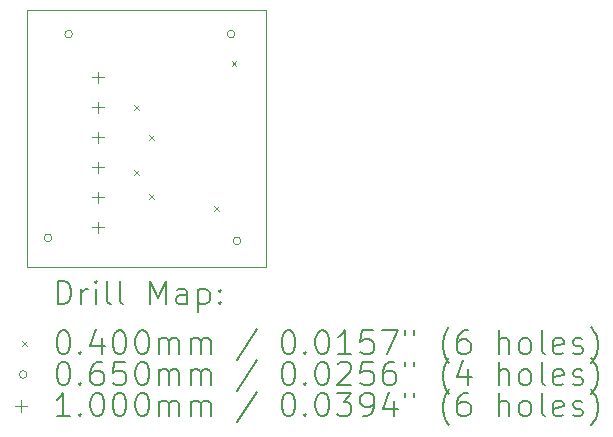
<source format=gbr>
%TF.GenerationSoftware,KiCad,Pcbnew,8.0.01-1-dev-1e03266dfe*%
%TF.CreationDate,2024-03-02T01:40:54-08:00*%
%TF.ProjectId,sfh7070_breakoutboard,73666837-3037-4305-9f62-7265616b6f75,rev?*%
%TF.SameCoordinates,Original*%
%TF.FileFunction,Drillmap*%
%TF.FilePolarity,Positive*%
%FSLAX45Y45*%
G04 Gerber Fmt 4.5, Leading zero omitted, Abs format (unit mm)*
G04 Created by KiCad (PCBNEW 8.0.01-1-dev-1e03266dfe) date 2024-03-02 01:40:54*
%MOMM*%
%LPD*%
G01*
G04 APERTURE LIST*
%ADD10C,0.050000*%
%ADD11C,0.200000*%
%ADD12C,0.100000*%
G04 APERTURE END LIST*
D10*
X2025000Y-1750000D02*
X4050000Y-1750000D01*
X4050000Y-3925000D01*
X2025000Y-3925000D01*
X2025000Y-1750000D01*
D11*
D12*
X2930000Y-2551000D02*
X2970000Y-2591000D01*
X2970000Y-2551000D02*
X2930000Y-2591000D01*
X2930000Y-3105000D02*
X2970000Y-3145000D01*
X2970000Y-3105000D02*
X2930000Y-3145000D01*
X3055000Y-2805000D02*
X3095000Y-2845000D01*
X3095000Y-2805000D02*
X3055000Y-2845000D01*
X3055000Y-3305000D02*
X3095000Y-3345000D01*
X3095000Y-3305000D02*
X3055000Y-3345000D01*
X3605000Y-3405000D02*
X3645000Y-3445000D01*
X3645000Y-3405000D02*
X3605000Y-3445000D01*
X3755000Y-2180000D02*
X3795000Y-2220000D01*
X3795000Y-2180000D02*
X3755000Y-2220000D01*
X2232500Y-3675000D02*
G75*
G02*
X2167500Y-3675000I-32500J0D01*
G01*
X2167500Y-3675000D02*
G75*
G02*
X2232500Y-3675000I32500J0D01*
G01*
X2407500Y-1950000D02*
G75*
G02*
X2342500Y-1950000I-32500J0D01*
G01*
X2342500Y-1950000D02*
G75*
G02*
X2407500Y-1950000I32500J0D01*
G01*
X3782500Y-1950000D02*
G75*
G02*
X3717500Y-1950000I-32500J0D01*
G01*
X3717500Y-1950000D02*
G75*
G02*
X3782500Y-1950000I32500J0D01*
G01*
X3832500Y-3700000D02*
G75*
G02*
X3767500Y-3700000I-32500J0D01*
G01*
X3767500Y-3700000D02*
G75*
G02*
X3832500Y-3700000I32500J0D01*
G01*
X2625000Y-2267000D02*
X2625000Y-2367000D01*
X2575000Y-2317000D02*
X2675000Y-2317000D01*
X2625000Y-2521000D02*
X2625000Y-2621000D01*
X2575000Y-2571000D02*
X2675000Y-2571000D01*
X2625000Y-2775000D02*
X2625000Y-2875000D01*
X2575000Y-2825000D02*
X2675000Y-2825000D01*
X2625000Y-3029000D02*
X2625000Y-3129000D01*
X2575000Y-3079000D02*
X2675000Y-3079000D01*
X2625000Y-3283000D02*
X2625000Y-3383000D01*
X2575000Y-3333000D02*
X2675000Y-3333000D01*
X2625000Y-3537000D02*
X2625000Y-3637000D01*
X2575000Y-3587000D02*
X2675000Y-3587000D01*
D11*
X2283277Y-4238984D02*
X2283277Y-4038984D01*
X2283277Y-4038984D02*
X2330896Y-4038984D01*
X2330896Y-4038984D02*
X2359467Y-4048508D01*
X2359467Y-4048508D02*
X2378515Y-4067555D01*
X2378515Y-4067555D02*
X2388039Y-4086603D01*
X2388039Y-4086603D02*
X2397563Y-4124698D01*
X2397563Y-4124698D02*
X2397563Y-4153269D01*
X2397563Y-4153269D02*
X2388039Y-4191365D01*
X2388039Y-4191365D02*
X2378515Y-4210412D01*
X2378515Y-4210412D02*
X2359467Y-4229460D01*
X2359467Y-4229460D02*
X2330896Y-4238984D01*
X2330896Y-4238984D02*
X2283277Y-4238984D01*
X2483277Y-4238984D02*
X2483277Y-4105650D01*
X2483277Y-4143746D02*
X2492801Y-4124698D01*
X2492801Y-4124698D02*
X2502324Y-4115174D01*
X2502324Y-4115174D02*
X2521372Y-4105650D01*
X2521372Y-4105650D02*
X2540420Y-4105650D01*
X2607086Y-4238984D02*
X2607086Y-4105650D01*
X2607086Y-4038984D02*
X2597563Y-4048508D01*
X2597563Y-4048508D02*
X2607086Y-4058031D01*
X2607086Y-4058031D02*
X2616610Y-4048508D01*
X2616610Y-4048508D02*
X2607086Y-4038984D01*
X2607086Y-4038984D02*
X2607086Y-4058031D01*
X2730896Y-4238984D02*
X2711848Y-4229460D01*
X2711848Y-4229460D02*
X2702324Y-4210412D01*
X2702324Y-4210412D02*
X2702324Y-4038984D01*
X2835658Y-4238984D02*
X2816610Y-4229460D01*
X2816610Y-4229460D02*
X2807086Y-4210412D01*
X2807086Y-4210412D02*
X2807086Y-4038984D01*
X3064229Y-4238984D02*
X3064229Y-4038984D01*
X3064229Y-4038984D02*
X3130896Y-4181841D01*
X3130896Y-4181841D02*
X3197562Y-4038984D01*
X3197562Y-4038984D02*
X3197562Y-4238984D01*
X3378515Y-4238984D02*
X3378515Y-4134222D01*
X3378515Y-4134222D02*
X3368991Y-4115174D01*
X3368991Y-4115174D02*
X3349943Y-4105650D01*
X3349943Y-4105650D02*
X3311848Y-4105650D01*
X3311848Y-4105650D02*
X3292801Y-4115174D01*
X3378515Y-4229460D02*
X3359467Y-4238984D01*
X3359467Y-4238984D02*
X3311848Y-4238984D01*
X3311848Y-4238984D02*
X3292801Y-4229460D01*
X3292801Y-4229460D02*
X3283277Y-4210412D01*
X3283277Y-4210412D02*
X3283277Y-4191365D01*
X3283277Y-4191365D02*
X3292801Y-4172317D01*
X3292801Y-4172317D02*
X3311848Y-4162793D01*
X3311848Y-4162793D02*
X3359467Y-4162793D01*
X3359467Y-4162793D02*
X3378515Y-4153269D01*
X3473753Y-4105650D02*
X3473753Y-4305650D01*
X3473753Y-4115174D02*
X3492801Y-4105650D01*
X3492801Y-4105650D02*
X3530896Y-4105650D01*
X3530896Y-4105650D02*
X3549943Y-4115174D01*
X3549943Y-4115174D02*
X3559467Y-4124698D01*
X3559467Y-4124698D02*
X3568991Y-4143746D01*
X3568991Y-4143746D02*
X3568991Y-4200889D01*
X3568991Y-4200889D02*
X3559467Y-4219936D01*
X3559467Y-4219936D02*
X3549943Y-4229460D01*
X3549943Y-4229460D02*
X3530896Y-4238984D01*
X3530896Y-4238984D02*
X3492801Y-4238984D01*
X3492801Y-4238984D02*
X3473753Y-4229460D01*
X3654705Y-4219936D02*
X3664229Y-4229460D01*
X3664229Y-4229460D02*
X3654705Y-4238984D01*
X3654705Y-4238984D02*
X3645182Y-4229460D01*
X3645182Y-4229460D02*
X3654705Y-4219936D01*
X3654705Y-4219936D02*
X3654705Y-4238984D01*
X3654705Y-4115174D02*
X3664229Y-4124698D01*
X3664229Y-4124698D02*
X3654705Y-4134222D01*
X3654705Y-4134222D02*
X3645182Y-4124698D01*
X3645182Y-4124698D02*
X3654705Y-4115174D01*
X3654705Y-4115174D02*
X3654705Y-4134222D01*
D12*
X1982500Y-4547500D02*
X2022500Y-4587500D01*
X2022500Y-4547500D02*
X1982500Y-4587500D01*
D11*
X2321372Y-4458984D02*
X2340420Y-4458984D01*
X2340420Y-4458984D02*
X2359467Y-4468508D01*
X2359467Y-4468508D02*
X2368991Y-4478031D01*
X2368991Y-4478031D02*
X2378515Y-4497079D01*
X2378515Y-4497079D02*
X2388039Y-4535174D01*
X2388039Y-4535174D02*
X2388039Y-4582793D01*
X2388039Y-4582793D02*
X2378515Y-4620889D01*
X2378515Y-4620889D02*
X2368991Y-4639936D01*
X2368991Y-4639936D02*
X2359467Y-4649460D01*
X2359467Y-4649460D02*
X2340420Y-4658984D01*
X2340420Y-4658984D02*
X2321372Y-4658984D01*
X2321372Y-4658984D02*
X2302324Y-4649460D01*
X2302324Y-4649460D02*
X2292801Y-4639936D01*
X2292801Y-4639936D02*
X2283277Y-4620889D01*
X2283277Y-4620889D02*
X2273753Y-4582793D01*
X2273753Y-4582793D02*
X2273753Y-4535174D01*
X2273753Y-4535174D02*
X2283277Y-4497079D01*
X2283277Y-4497079D02*
X2292801Y-4478031D01*
X2292801Y-4478031D02*
X2302324Y-4468508D01*
X2302324Y-4468508D02*
X2321372Y-4458984D01*
X2473753Y-4639936D02*
X2483277Y-4649460D01*
X2483277Y-4649460D02*
X2473753Y-4658984D01*
X2473753Y-4658984D02*
X2464229Y-4649460D01*
X2464229Y-4649460D02*
X2473753Y-4639936D01*
X2473753Y-4639936D02*
X2473753Y-4658984D01*
X2654705Y-4525650D02*
X2654705Y-4658984D01*
X2607086Y-4449460D02*
X2559467Y-4592317D01*
X2559467Y-4592317D02*
X2683277Y-4592317D01*
X2797562Y-4458984D02*
X2816610Y-4458984D01*
X2816610Y-4458984D02*
X2835658Y-4468508D01*
X2835658Y-4468508D02*
X2845182Y-4478031D01*
X2845182Y-4478031D02*
X2854705Y-4497079D01*
X2854705Y-4497079D02*
X2864229Y-4535174D01*
X2864229Y-4535174D02*
X2864229Y-4582793D01*
X2864229Y-4582793D02*
X2854705Y-4620889D01*
X2854705Y-4620889D02*
X2845182Y-4639936D01*
X2845182Y-4639936D02*
X2835658Y-4649460D01*
X2835658Y-4649460D02*
X2816610Y-4658984D01*
X2816610Y-4658984D02*
X2797562Y-4658984D01*
X2797562Y-4658984D02*
X2778515Y-4649460D01*
X2778515Y-4649460D02*
X2768991Y-4639936D01*
X2768991Y-4639936D02*
X2759467Y-4620889D01*
X2759467Y-4620889D02*
X2749944Y-4582793D01*
X2749944Y-4582793D02*
X2749944Y-4535174D01*
X2749944Y-4535174D02*
X2759467Y-4497079D01*
X2759467Y-4497079D02*
X2768991Y-4478031D01*
X2768991Y-4478031D02*
X2778515Y-4468508D01*
X2778515Y-4468508D02*
X2797562Y-4458984D01*
X2988039Y-4458984D02*
X3007086Y-4458984D01*
X3007086Y-4458984D02*
X3026134Y-4468508D01*
X3026134Y-4468508D02*
X3035658Y-4478031D01*
X3035658Y-4478031D02*
X3045182Y-4497079D01*
X3045182Y-4497079D02*
X3054705Y-4535174D01*
X3054705Y-4535174D02*
X3054705Y-4582793D01*
X3054705Y-4582793D02*
X3045182Y-4620889D01*
X3045182Y-4620889D02*
X3035658Y-4639936D01*
X3035658Y-4639936D02*
X3026134Y-4649460D01*
X3026134Y-4649460D02*
X3007086Y-4658984D01*
X3007086Y-4658984D02*
X2988039Y-4658984D01*
X2988039Y-4658984D02*
X2968991Y-4649460D01*
X2968991Y-4649460D02*
X2959467Y-4639936D01*
X2959467Y-4639936D02*
X2949943Y-4620889D01*
X2949943Y-4620889D02*
X2940420Y-4582793D01*
X2940420Y-4582793D02*
X2940420Y-4535174D01*
X2940420Y-4535174D02*
X2949943Y-4497079D01*
X2949943Y-4497079D02*
X2959467Y-4478031D01*
X2959467Y-4478031D02*
X2968991Y-4468508D01*
X2968991Y-4468508D02*
X2988039Y-4458984D01*
X3140420Y-4658984D02*
X3140420Y-4525650D01*
X3140420Y-4544698D02*
X3149943Y-4535174D01*
X3149943Y-4535174D02*
X3168991Y-4525650D01*
X3168991Y-4525650D02*
X3197563Y-4525650D01*
X3197563Y-4525650D02*
X3216610Y-4535174D01*
X3216610Y-4535174D02*
X3226134Y-4554222D01*
X3226134Y-4554222D02*
X3226134Y-4658984D01*
X3226134Y-4554222D02*
X3235658Y-4535174D01*
X3235658Y-4535174D02*
X3254705Y-4525650D01*
X3254705Y-4525650D02*
X3283277Y-4525650D01*
X3283277Y-4525650D02*
X3302324Y-4535174D01*
X3302324Y-4535174D02*
X3311848Y-4554222D01*
X3311848Y-4554222D02*
X3311848Y-4658984D01*
X3407086Y-4658984D02*
X3407086Y-4525650D01*
X3407086Y-4544698D02*
X3416610Y-4535174D01*
X3416610Y-4535174D02*
X3435658Y-4525650D01*
X3435658Y-4525650D02*
X3464229Y-4525650D01*
X3464229Y-4525650D02*
X3483277Y-4535174D01*
X3483277Y-4535174D02*
X3492801Y-4554222D01*
X3492801Y-4554222D02*
X3492801Y-4658984D01*
X3492801Y-4554222D02*
X3502324Y-4535174D01*
X3502324Y-4535174D02*
X3521372Y-4525650D01*
X3521372Y-4525650D02*
X3549943Y-4525650D01*
X3549943Y-4525650D02*
X3568991Y-4535174D01*
X3568991Y-4535174D02*
X3578515Y-4554222D01*
X3578515Y-4554222D02*
X3578515Y-4658984D01*
X3968991Y-4449460D02*
X3797563Y-4706603D01*
X4226134Y-4458984D02*
X4245182Y-4458984D01*
X4245182Y-4458984D02*
X4264229Y-4468508D01*
X4264229Y-4468508D02*
X4273753Y-4478031D01*
X4273753Y-4478031D02*
X4283277Y-4497079D01*
X4283277Y-4497079D02*
X4292801Y-4535174D01*
X4292801Y-4535174D02*
X4292801Y-4582793D01*
X4292801Y-4582793D02*
X4283277Y-4620889D01*
X4283277Y-4620889D02*
X4273753Y-4639936D01*
X4273753Y-4639936D02*
X4264229Y-4649460D01*
X4264229Y-4649460D02*
X4245182Y-4658984D01*
X4245182Y-4658984D02*
X4226134Y-4658984D01*
X4226134Y-4658984D02*
X4207087Y-4649460D01*
X4207087Y-4649460D02*
X4197563Y-4639936D01*
X4197563Y-4639936D02*
X4188039Y-4620889D01*
X4188039Y-4620889D02*
X4178515Y-4582793D01*
X4178515Y-4582793D02*
X4178515Y-4535174D01*
X4178515Y-4535174D02*
X4188039Y-4497079D01*
X4188039Y-4497079D02*
X4197563Y-4478031D01*
X4197563Y-4478031D02*
X4207087Y-4468508D01*
X4207087Y-4468508D02*
X4226134Y-4458984D01*
X4378515Y-4639936D02*
X4388039Y-4649460D01*
X4388039Y-4649460D02*
X4378515Y-4658984D01*
X4378515Y-4658984D02*
X4368991Y-4649460D01*
X4368991Y-4649460D02*
X4378515Y-4639936D01*
X4378515Y-4639936D02*
X4378515Y-4658984D01*
X4511848Y-4458984D02*
X4530896Y-4458984D01*
X4530896Y-4458984D02*
X4549944Y-4468508D01*
X4549944Y-4468508D02*
X4559468Y-4478031D01*
X4559468Y-4478031D02*
X4568991Y-4497079D01*
X4568991Y-4497079D02*
X4578515Y-4535174D01*
X4578515Y-4535174D02*
X4578515Y-4582793D01*
X4578515Y-4582793D02*
X4568991Y-4620889D01*
X4568991Y-4620889D02*
X4559468Y-4639936D01*
X4559468Y-4639936D02*
X4549944Y-4649460D01*
X4549944Y-4649460D02*
X4530896Y-4658984D01*
X4530896Y-4658984D02*
X4511848Y-4658984D01*
X4511848Y-4658984D02*
X4492801Y-4649460D01*
X4492801Y-4649460D02*
X4483277Y-4639936D01*
X4483277Y-4639936D02*
X4473753Y-4620889D01*
X4473753Y-4620889D02*
X4464229Y-4582793D01*
X4464229Y-4582793D02*
X4464229Y-4535174D01*
X4464229Y-4535174D02*
X4473753Y-4497079D01*
X4473753Y-4497079D02*
X4483277Y-4478031D01*
X4483277Y-4478031D02*
X4492801Y-4468508D01*
X4492801Y-4468508D02*
X4511848Y-4458984D01*
X4768991Y-4658984D02*
X4654706Y-4658984D01*
X4711848Y-4658984D02*
X4711848Y-4458984D01*
X4711848Y-4458984D02*
X4692801Y-4487555D01*
X4692801Y-4487555D02*
X4673753Y-4506603D01*
X4673753Y-4506603D02*
X4654706Y-4516127D01*
X4949944Y-4458984D02*
X4854706Y-4458984D01*
X4854706Y-4458984D02*
X4845182Y-4554222D01*
X4845182Y-4554222D02*
X4854706Y-4544698D01*
X4854706Y-4544698D02*
X4873753Y-4535174D01*
X4873753Y-4535174D02*
X4921372Y-4535174D01*
X4921372Y-4535174D02*
X4940420Y-4544698D01*
X4940420Y-4544698D02*
X4949944Y-4554222D01*
X4949944Y-4554222D02*
X4959468Y-4573270D01*
X4959468Y-4573270D02*
X4959468Y-4620889D01*
X4959468Y-4620889D02*
X4949944Y-4639936D01*
X4949944Y-4639936D02*
X4940420Y-4649460D01*
X4940420Y-4649460D02*
X4921372Y-4658984D01*
X4921372Y-4658984D02*
X4873753Y-4658984D01*
X4873753Y-4658984D02*
X4854706Y-4649460D01*
X4854706Y-4649460D02*
X4845182Y-4639936D01*
X5026134Y-4458984D02*
X5159468Y-4458984D01*
X5159468Y-4458984D02*
X5073753Y-4658984D01*
X5226134Y-4458984D02*
X5226134Y-4497079D01*
X5302325Y-4458984D02*
X5302325Y-4497079D01*
X5597563Y-4735174D02*
X5588039Y-4725650D01*
X5588039Y-4725650D02*
X5568991Y-4697079D01*
X5568991Y-4697079D02*
X5559468Y-4678031D01*
X5559468Y-4678031D02*
X5549944Y-4649460D01*
X5549944Y-4649460D02*
X5540420Y-4601841D01*
X5540420Y-4601841D02*
X5540420Y-4563746D01*
X5540420Y-4563746D02*
X5549944Y-4516127D01*
X5549944Y-4516127D02*
X5559468Y-4487555D01*
X5559468Y-4487555D02*
X5568991Y-4468508D01*
X5568991Y-4468508D02*
X5588039Y-4439936D01*
X5588039Y-4439936D02*
X5597563Y-4430412D01*
X5759468Y-4458984D02*
X5721372Y-4458984D01*
X5721372Y-4458984D02*
X5702325Y-4468508D01*
X5702325Y-4468508D02*
X5692801Y-4478031D01*
X5692801Y-4478031D02*
X5673753Y-4506603D01*
X5673753Y-4506603D02*
X5664229Y-4544698D01*
X5664229Y-4544698D02*
X5664229Y-4620889D01*
X5664229Y-4620889D02*
X5673753Y-4639936D01*
X5673753Y-4639936D02*
X5683277Y-4649460D01*
X5683277Y-4649460D02*
X5702325Y-4658984D01*
X5702325Y-4658984D02*
X5740420Y-4658984D01*
X5740420Y-4658984D02*
X5759468Y-4649460D01*
X5759468Y-4649460D02*
X5768991Y-4639936D01*
X5768991Y-4639936D02*
X5778515Y-4620889D01*
X5778515Y-4620889D02*
X5778515Y-4573270D01*
X5778515Y-4573270D02*
X5768991Y-4554222D01*
X5768991Y-4554222D02*
X5759468Y-4544698D01*
X5759468Y-4544698D02*
X5740420Y-4535174D01*
X5740420Y-4535174D02*
X5702325Y-4535174D01*
X5702325Y-4535174D02*
X5683277Y-4544698D01*
X5683277Y-4544698D02*
X5673753Y-4554222D01*
X5673753Y-4554222D02*
X5664229Y-4573270D01*
X6016610Y-4658984D02*
X6016610Y-4458984D01*
X6102325Y-4658984D02*
X6102325Y-4554222D01*
X6102325Y-4554222D02*
X6092801Y-4535174D01*
X6092801Y-4535174D02*
X6073753Y-4525650D01*
X6073753Y-4525650D02*
X6045182Y-4525650D01*
X6045182Y-4525650D02*
X6026134Y-4535174D01*
X6026134Y-4535174D02*
X6016610Y-4544698D01*
X6226134Y-4658984D02*
X6207087Y-4649460D01*
X6207087Y-4649460D02*
X6197563Y-4639936D01*
X6197563Y-4639936D02*
X6188039Y-4620889D01*
X6188039Y-4620889D02*
X6188039Y-4563746D01*
X6188039Y-4563746D02*
X6197563Y-4544698D01*
X6197563Y-4544698D02*
X6207087Y-4535174D01*
X6207087Y-4535174D02*
X6226134Y-4525650D01*
X6226134Y-4525650D02*
X6254706Y-4525650D01*
X6254706Y-4525650D02*
X6273753Y-4535174D01*
X6273753Y-4535174D02*
X6283277Y-4544698D01*
X6283277Y-4544698D02*
X6292801Y-4563746D01*
X6292801Y-4563746D02*
X6292801Y-4620889D01*
X6292801Y-4620889D02*
X6283277Y-4639936D01*
X6283277Y-4639936D02*
X6273753Y-4649460D01*
X6273753Y-4649460D02*
X6254706Y-4658984D01*
X6254706Y-4658984D02*
X6226134Y-4658984D01*
X6407087Y-4658984D02*
X6388039Y-4649460D01*
X6388039Y-4649460D02*
X6378515Y-4630412D01*
X6378515Y-4630412D02*
X6378515Y-4458984D01*
X6559468Y-4649460D02*
X6540420Y-4658984D01*
X6540420Y-4658984D02*
X6502325Y-4658984D01*
X6502325Y-4658984D02*
X6483277Y-4649460D01*
X6483277Y-4649460D02*
X6473753Y-4630412D01*
X6473753Y-4630412D02*
X6473753Y-4554222D01*
X6473753Y-4554222D02*
X6483277Y-4535174D01*
X6483277Y-4535174D02*
X6502325Y-4525650D01*
X6502325Y-4525650D02*
X6540420Y-4525650D01*
X6540420Y-4525650D02*
X6559468Y-4535174D01*
X6559468Y-4535174D02*
X6568991Y-4554222D01*
X6568991Y-4554222D02*
X6568991Y-4573270D01*
X6568991Y-4573270D02*
X6473753Y-4592317D01*
X6645182Y-4649460D02*
X6664230Y-4658984D01*
X6664230Y-4658984D02*
X6702325Y-4658984D01*
X6702325Y-4658984D02*
X6721372Y-4649460D01*
X6721372Y-4649460D02*
X6730896Y-4630412D01*
X6730896Y-4630412D02*
X6730896Y-4620889D01*
X6730896Y-4620889D02*
X6721372Y-4601841D01*
X6721372Y-4601841D02*
X6702325Y-4592317D01*
X6702325Y-4592317D02*
X6673753Y-4592317D01*
X6673753Y-4592317D02*
X6654706Y-4582793D01*
X6654706Y-4582793D02*
X6645182Y-4563746D01*
X6645182Y-4563746D02*
X6645182Y-4554222D01*
X6645182Y-4554222D02*
X6654706Y-4535174D01*
X6654706Y-4535174D02*
X6673753Y-4525650D01*
X6673753Y-4525650D02*
X6702325Y-4525650D01*
X6702325Y-4525650D02*
X6721372Y-4535174D01*
X6797563Y-4735174D02*
X6807087Y-4725650D01*
X6807087Y-4725650D02*
X6826134Y-4697079D01*
X6826134Y-4697079D02*
X6835658Y-4678031D01*
X6835658Y-4678031D02*
X6845182Y-4649460D01*
X6845182Y-4649460D02*
X6854706Y-4601841D01*
X6854706Y-4601841D02*
X6854706Y-4563746D01*
X6854706Y-4563746D02*
X6845182Y-4516127D01*
X6845182Y-4516127D02*
X6835658Y-4487555D01*
X6835658Y-4487555D02*
X6826134Y-4468508D01*
X6826134Y-4468508D02*
X6807087Y-4439936D01*
X6807087Y-4439936D02*
X6797563Y-4430412D01*
D12*
X2022500Y-4831500D02*
G75*
G02*
X1957500Y-4831500I-32500J0D01*
G01*
X1957500Y-4831500D02*
G75*
G02*
X2022500Y-4831500I32500J0D01*
G01*
D11*
X2321372Y-4722984D02*
X2340420Y-4722984D01*
X2340420Y-4722984D02*
X2359467Y-4732508D01*
X2359467Y-4732508D02*
X2368991Y-4742031D01*
X2368991Y-4742031D02*
X2378515Y-4761079D01*
X2378515Y-4761079D02*
X2388039Y-4799174D01*
X2388039Y-4799174D02*
X2388039Y-4846793D01*
X2388039Y-4846793D02*
X2378515Y-4884889D01*
X2378515Y-4884889D02*
X2368991Y-4903936D01*
X2368991Y-4903936D02*
X2359467Y-4913460D01*
X2359467Y-4913460D02*
X2340420Y-4922984D01*
X2340420Y-4922984D02*
X2321372Y-4922984D01*
X2321372Y-4922984D02*
X2302324Y-4913460D01*
X2302324Y-4913460D02*
X2292801Y-4903936D01*
X2292801Y-4903936D02*
X2283277Y-4884889D01*
X2283277Y-4884889D02*
X2273753Y-4846793D01*
X2273753Y-4846793D02*
X2273753Y-4799174D01*
X2273753Y-4799174D02*
X2283277Y-4761079D01*
X2283277Y-4761079D02*
X2292801Y-4742031D01*
X2292801Y-4742031D02*
X2302324Y-4732508D01*
X2302324Y-4732508D02*
X2321372Y-4722984D01*
X2473753Y-4903936D02*
X2483277Y-4913460D01*
X2483277Y-4913460D02*
X2473753Y-4922984D01*
X2473753Y-4922984D02*
X2464229Y-4913460D01*
X2464229Y-4913460D02*
X2473753Y-4903936D01*
X2473753Y-4903936D02*
X2473753Y-4922984D01*
X2654705Y-4722984D02*
X2616610Y-4722984D01*
X2616610Y-4722984D02*
X2597563Y-4732508D01*
X2597563Y-4732508D02*
X2588039Y-4742031D01*
X2588039Y-4742031D02*
X2568991Y-4770603D01*
X2568991Y-4770603D02*
X2559467Y-4808698D01*
X2559467Y-4808698D02*
X2559467Y-4884889D01*
X2559467Y-4884889D02*
X2568991Y-4903936D01*
X2568991Y-4903936D02*
X2578515Y-4913460D01*
X2578515Y-4913460D02*
X2597563Y-4922984D01*
X2597563Y-4922984D02*
X2635658Y-4922984D01*
X2635658Y-4922984D02*
X2654705Y-4913460D01*
X2654705Y-4913460D02*
X2664229Y-4903936D01*
X2664229Y-4903936D02*
X2673753Y-4884889D01*
X2673753Y-4884889D02*
X2673753Y-4837270D01*
X2673753Y-4837270D02*
X2664229Y-4818222D01*
X2664229Y-4818222D02*
X2654705Y-4808698D01*
X2654705Y-4808698D02*
X2635658Y-4799174D01*
X2635658Y-4799174D02*
X2597563Y-4799174D01*
X2597563Y-4799174D02*
X2578515Y-4808698D01*
X2578515Y-4808698D02*
X2568991Y-4818222D01*
X2568991Y-4818222D02*
X2559467Y-4837270D01*
X2854705Y-4722984D02*
X2759467Y-4722984D01*
X2759467Y-4722984D02*
X2749944Y-4818222D01*
X2749944Y-4818222D02*
X2759467Y-4808698D01*
X2759467Y-4808698D02*
X2778515Y-4799174D01*
X2778515Y-4799174D02*
X2826134Y-4799174D01*
X2826134Y-4799174D02*
X2845182Y-4808698D01*
X2845182Y-4808698D02*
X2854705Y-4818222D01*
X2854705Y-4818222D02*
X2864229Y-4837270D01*
X2864229Y-4837270D02*
X2864229Y-4884889D01*
X2864229Y-4884889D02*
X2854705Y-4903936D01*
X2854705Y-4903936D02*
X2845182Y-4913460D01*
X2845182Y-4913460D02*
X2826134Y-4922984D01*
X2826134Y-4922984D02*
X2778515Y-4922984D01*
X2778515Y-4922984D02*
X2759467Y-4913460D01*
X2759467Y-4913460D02*
X2749944Y-4903936D01*
X2988039Y-4722984D02*
X3007086Y-4722984D01*
X3007086Y-4722984D02*
X3026134Y-4732508D01*
X3026134Y-4732508D02*
X3035658Y-4742031D01*
X3035658Y-4742031D02*
X3045182Y-4761079D01*
X3045182Y-4761079D02*
X3054705Y-4799174D01*
X3054705Y-4799174D02*
X3054705Y-4846793D01*
X3054705Y-4846793D02*
X3045182Y-4884889D01*
X3045182Y-4884889D02*
X3035658Y-4903936D01*
X3035658Y-4903936D02*
X3026134Y-4913460D01*
X3026134Y-4913460D02*
X3007086Y-4922984D01*
X3007086Y-4922984D02*
X2988039Y-4922984D01*
X2988039Y-4922984D02*
X2968991Y-4913460D01*
X2968991Y-4913460D02*
X2959467Y-4903936D01*
X2959467Y-4903936D02*
X2949943Y-4884889D01*
X2949943Y-4884889D02*
X2940420Y-4846793D01*
X2940420Y-4846793D02*
X2940420Y-4799174D01*
X2940420Y-4799174D02*
X2949943Y-4761079D01*
X2949943Y-4761079D02*
X2959467Y-4742031D01*
X2959467Y-4742031D02*
X2968991Y-4732508D01*
X2968991Y-4732508D02*
X2988039Y-4722984D01*
X3140420Y-4922984D02*
X3140420Y-4789650D01*
X3140420Y-4808698D02*
X3149943Y-4799174D01*
X3149943Y-4799174D02*
X3168991Y-4789650D01*
X3168991Y-4789650D02*
X3197563Y-4789650D01*
X3197563Y-4789650D02*
X3216610Y-4799174D01*
X3216610Y-4799174D02*
X3226134Y-4818222D01*
X3226134Y-4818222D02*
X3226134Y-4922984D01*
X3226134Y-4818222D02*
X3235658Y-4799174D01*
X3235658Y-4799174D02*
X3254705Y-4789650D01*
X3254705Y-4789650D02*
X3283277Y-4789650D01*
X3283277Y-4789650D02*
X3302324Y-4799174D01*
X3302324Y-4799174D02*
X3311848Y-4818222D01*
X3311848Y-4818222D02*
X3311848Y-4922984D01*
X3407086Y-4922984D02*
X3407086Y-4789650D01*
X3407086Y-4808698D02*
X3416610Y-4799174D01*
X3416610Y-4799174D02*
X3435658Y-4789650D01*
X3435658Y-4789650D02*
X3464229Y-4789650D01*
X3464229Y-4789650D02*
X3483277Y-4799174D01*
X3483277Y-4799174D02*
X3492801Y-4818222D01*
X3492801Y-4818222D02*
X3492801Y-4922984D01*
X3492801Y-4818222D02*
X3502324Y-4799174D01*
X3502324Y-4799174D02*
X3521372Y-4789650D01*
X3521372Y-4789650D02*
X3549943Y-4789650D01*
X3549943Y-4789650D02*
X3568991Y-4799174D01*
X3568991Y-4799174D02*
X3578515Y-4818222D01*
X3578515Y-4818222D02*
X3578515Y-4922984D01*
X3968991Y-4713460D02*
X3797563Y-4970603D01*
X4226134Y-4722984D02*
X4245182Y-4722984D01*
X4245182Y-4722984D02*
X4264229Y-4732508D01*
X4264229Y-4732508D02*
X4273753Y-4742031D01*
X4273753Y-4742031D02*
X4283277Y-4761079D01*
X4283277Y-4761079D02*
X4292801Y-4799174D01*
X4292801Y-4799174D02*
X4292801Y-4846793D01*
X4292801Y-4846793D02*
X4283277Y-4884889D01*
X4283277Y-4884889D02*
X4273753Y-4903936D01*
X4273753Y-4903936D02*
X4264229Y-4913460D01*
X4264229Y-4913460D02*
X4245182Y-4922984D01*
X4245182Y-4922984D02*
X4226134Y-4922984D01*
X4226134Y-4922984D02*
X4207087Y-4913460D01*
X4207087Y-4913460D02*
X4197563Y-4903936D01*
X4197563Y-4903936D02*
X4188039Y-4884889D01*
X4188039Y-4884889D02*
X4178515Y-4846793D01*
X4178515Y-4846793D02*
X4178515Y-4799174D01*
X4178515Y-4799174D02*
X4188039Y-4761079D01*
X4188039Y-4761079D02*
X4197563Y-4742031D01*
X4197563Y-4742031D02*
X4207087Y-4732508D01*
X4207087Y-4732508D02*
X4226134Y-4722984D01*
X4378515Y-4903936D02*
X4388039Y-4913460D01*
X4388039Y-4913460D02*
X4378515Y-4922984D01*
X4378515Y-4922984D02*
X4368991Y-4913460D01*
X4368991Y-4913460D02*
X4378515Y-4903936D01*
X4378515Y-4903936D02*
X4378515Y-4922984D01*
X4511848Y-4722984D02*
X4530896Y-4722984D01*
X4530896Y-4722984D02*
X4549944Y-4732508D01*
X4549944Y-4732508D02*
X4559468Y-4742031D01*
X4559468Y-4742031D02*
X4568991Y-4761079D01*
X4568991Y-4761079D02*
X4578515Y-4799174D01*
X4578515Y-4799174D02*
X4578515Y-4846793D01*
X4578515Y-4846793D02*
X4568991Y-4884889D01*
X4568991Y-4884889D02*
X4559468Y-4903936D01*
X4559468Y-4903936D02*
X4549944Y-4913460D01*
X4549944Y-4913460D02*
X4530896Y-4922984D01*
X4530896Y-4922984D02*
X4511848Y-4922984D01*
X4511848Y-4922984D02*
X4492801Y-4913460D01*
X4492801Y-4913460D02*
X4483277Y-4903936D01*
X4483277Y-4903936D02*
X4473753Y-4884889D01*
X4473753Y-4884889D02*
X4464229Y-4846793D01*
X4464229Y-4846793D02*
X4464229Y-4799174D01*
X4464229Y-4799174D02*
X4473753Y-4761079D01*
X4473753Y-4761079D02*
X4483277Y-4742031D01*
X4483277Y-4742031D02*
X4492801Y-4732508D01*
X4492801Y-4732508D02*
X4511848Y-4722984D01*
X4654706Y-4742031D02*
X4664229Y-4732508D01*
X4664229Y-4732508D02*
X4683277Y-4722984D01*
X4683277Y-4722984D02*
X4730896Y-4722984D01*
X4730896Y-4722984D02*
X4749944Y-4732508D01*
X4749944Y-4732508D02*
X4759468Y-4742031D01*
X4759468Y-4742031D02*
X4768991Y-4761079D01*
X4768991Y-4761079D02*
X4768991Y-4780127D01*
X4768991Y-4780127D02*
X4759468Y-4808698D01*
X4759468Y-4808698D02*
X4645182Y-4922984D01*
X4645182Y-4922984D02*
X4768991Y-4922984D01*
X4949944Y-4722984D02*
X4854706Y-4722984D01*
X4854706Y-4722984D02*
X4845182Y-4818222D01*
X4845182Y-4818222D02*
X4854706Y-4808698D01*
X4854706Y-4808698D02*
X4873753Y-4799174D01*
X4873753Y-4799174D02*
X4921372Y-4799174D01*
X4921372Y-4799174D02*
X4940420Y-4808698D01*
X4940420Y-4808698D02*
X4949944Y-4818222D01*
X4949944Y-4818222D02*
X4959468Y-4837270D01*
X4959468Y-4837270D02*
X4959468Y-4884889D01*
X4959468Y-4884889D02*
X4949944Y-4903936D01*
X4949944Y-4903936D02*
X4940420Y-4913460D01*
X4940420Y-4913460D02*
X4921372Y-4922984D01*
X4921372Y-4922984D02*
X4873753Y-4922984D01*
X4873753Y-4922984D02*
X4854706Y-4913460D01*
X4854706Y-4913460D02*
X4845182Y-4903936D01*
X5130896Y-4722984D02*
X5092801Y-4722984D01*
X5092801Y-4722984D02*
X5073753Y-4732508D01*
X5073753Y-4732508D02*
X5064229Y-4742031D01*
X5064229Y-4742031D02*
X5045182Y-4770603D01*
X5045182Y-4770603D02*
X5035658Y-4808698D01*
X5035658Y-4808698D02*
X5035658Y-4884889D01*
X5035658Y-4884889D02*
X5045182Y-4903936D01*
X5045182Y-4903936D02*
X5054706Y-4913460D01*
X5054706Y-4913460D02*
X5073753Y-4922984D01*
X5073753Y-4922984D02*
X5111849Y-4922984D01*
X5111849Y-4922984D02*
X5130896Y-4913460D01*
X5130896Y-4913460D02*
X5140420Y-4903936D01*
X5140420Y-4903936D02*
X5149944Y-4884889D01*
X5149944Y-4884889D02*
X5149944Y-4837270D01*
X5149944Y-4837270D02*
X5140420Y-4818222D01*
X5140420Y-4818222D02*
X5130896Y-4808698D01*
X5130896Y-4808698D02*
X5111849Y-4799174D01*
X5111849Y-4799174D02*
X5073753Y-4799174D01*
X5073753Y-4799174D02*
X5054706Y-4808698D01*
X5054706Y-4808698D02*
X5045182Y-4818222D01*
X5045182Y-4818222D02*
X5035658Y-4837270D01*
X5226134Y-4722984D02*
X5226134Y-4761079D01*
X5302325Y-4722984D02*
X5302325Y-4761079D01*
X5597563Y-4999174D02*
X5588039Y-4989650D01*
X5588039Y-4989650D02*
X5568991Y-4961079D01*
X5568991Y-4961079D02*
X5559468Y-4942031D01*
X5559468Y-4942031D02*
X5549944Y-4913460D01*
X5549944Y-4913460D02*
X5540420Y-4865841D01*
X5540420Y-4865841D02*
X5540420Y-4827746D01*
X5540420Y-4827746D02*
X5549944Y-4780127D01*
X5549944Y-4780127D02*
X5559468Y-4751555D01*
X5559468Y-4751555D02*
X5568991Y-4732508D01*
X5568991Y-4732508D02*
X5588039Y-4703936D01*
X5588039Y-4703936D02*
X5597563Y-4694412D01*
X5759468Y-4789650D02*
X5759468Y-4922984D01*
X5711848Y-4713460D02*
X5664229Y-4856317D01*
X5664229Y-4856317D02*
X5788039Y-4856317D01*
X6016610Y-4922984D02*
X6016610Y-4722984D01*
X6102325Y-4922984D02*
X6102325Y-4818222D01*
X6102325Y-4818222D02*
X6092801Y-4799174D01*
X6092801Y-4799174D02*
X6073753Y-4789650D01*
X6073753Y-4789650D02*
X6045182Y-4789650D01*
X6045182Y-4789650D02*
X6026134Y-4799174D01*
X6026134Y-4799174D02*
X6016610Y-4808698D01*
X6226134Y-4922984D02*
X6207087Y-4913460D01*
X6207087Y-4913460D02*
X6197563Y-4903936D01*
X6197563Y-4903936D02*
X6188039Y-4884889D01*
X6188039Y-4884889D02*
X6188039Y-4827746D01*
X6188039Y-4827746D02*
X6197563Y-4808698D01*
X6197563Y-4808698D02*
X6207087Y-4799174D01*
X6207087Y-4799174D02*
X6226134Y-4789650D01*
X6226134Y-4789650D02*
X6254706Y-4789650D01*
X6254706Y-4789650D02*
X6273753Y-4799174D01*
X6273753Y-4799174D02*
X6283277Y-4808698D01*
X6283277Y-4808698D02*
X6292801Y-4827746D01*
X6292801Y-4827746D02*
X6292801Y-4884889D01*
X6292801Y-4884889D02*
X6283277Y-4903936D01*
X6283277Y-4903936D02*
X6273753Y-4913460D01*
X6273753Y-4913460D02*
X6254706Y-4922984D01*
X6254706Y-4922984D02*
X6226134Y-4922984D01*
X6407087Y-4922984D02*
X6388039Y-4913460D01*
X6388039Y-4913460D02*
X6378515Y-4894412D01*
X6378515Y-4894412D02*
X6378515Y-4722984D01*
X6559468Y-4913460D02*
X6540420Y-4922984D01*
X6540420Y-4922984D02*
X6502325Y-4922984D01*
X6502325Y-4922984D02*
X6483277Y-4913460D01*
X6483277Y-4913460D02*
X6473753Y-4894412D01*
X6473753Y-4894412D02*
X6473753Y-4818222D01*
X6473753Y-4818222D02*
X6483277Y-4799174D01*
X6483277Y-4799174D02*
X6502325Y-4789650D01*
X6502325Y-4789650D02*
X6540420Y-4789650D01*
X6540420Y-4789650D02*
X6559468Y-4799174D01*
X6559468Y-4799174D02*
X6568991Y-4818222D01*
X6568991Y-4818222D02*
X6568991Y-4837270D01*
X6568991Y-4837270D02*
X6473753Y-4856317D01*
X6645182Y-4913460D02*
X6664230Y-4922984D01*
X6664230Y-4922984D02*
X6702325Y-4922984D01*
X6702325Y-4922984D02*
X6721372Y-4913460D01*
X6721372Y-4913460D02*
X6730896Y-4894412D01*
X6730896Y-4894412D02*
X6730896Y-4884889D01*
X6730896Y-4884889D02*
X6721372Y-4865841D01*
X6721372Y-4865841D02*
X6702325Y-4856317D01*
X6702325Y-4856317D02*
X6673753Y-4856317D01*
X6673753Y-4856317D02*
X6654706Y-4846793D01*
X6654706Y-4846793D02*
X6645182Y-4827746D01*
X6645182Y-4827746D02*
X6645182Y-4818222D01*
X6645182Y-4818222D02*
X6654706Y-4799174D01*
X6654706Y-4799174D02*
X6673753Y-4789650D01*
X6673753Y-4789650D02*
X6702325Y-4789650D01*
X6702325Y-4789650D02*
X6721372Y-4799174D01*
X6797563Y-4999174D02*
X6807087Y-4989650D01*
X6807087Y-4989650D02*
X6826134Y-4961079D01*
X6826134Y-4961079D02*
X6835658Y-4942031D01*
X6835658Y-4942031D02*
X6845182Y-4913460D01*
X6845182Y-4913460D02*
X6854706Y-4865841D01*
X6854706Y-4865841D02*
X6854706Y-4827746D01*
X6854706Y-4827746D02*
X6845182Y-4780127D01*
X6845182Y-4780127D02*
X6835658Y-4751555D01*
X6835658Y-4751555D02*
X6826134Y-4732508D01*
X6826134Y-4732508D02*
X6807087Y-4703936D01*
X6807087Y-4703936D02*
X6797563Y-4694412D01*
D12*
X1972500Y-5045500D02*
X1972500Y-5145500D01*
X1922500Y-5095500D02*
X2022500Y-5095500D01*
D11*
X2388039Y-5186984D02*
X2273753Y-5186984D01*
X2330896Y-5186984D02*
X2330896Y-4986984D01*
X2330896Y-4986984D02*
X2311848Y-5015555D01*
X2311848Y-5015555D02*
X2292801Y-5034603D01*
X2292801Y-5034603D02*
X2273753Y-5044127D01*
X2473753Y-5167936D02*
X2483277Y-5177460D01*
X2483277Y-5177460D02*
X2473753Y-5186984D01*
X2473753Y-5186984D02*
X2464229Y-5177460D01*
X2464229Y-5177460D02*
X2473753Y-5167936D01*
X2473753Y-5167936D02*
X2473753Y-5186984D01*
X2607086Y-4986984D02*
X2626134Y-4986984D01*
X2626134Y-4986984D02*
X2645182Y-4996508D01*
X2645182Y-4996508D02*
X2654705Y-5006031D01*
X2654705Y-5006031D02*
X2664229Y-5025079D01*
X2664229Y-5025079D02*
X2673753Y-5063174D01*
X2673753Y-5063174D02*
X2673753Y-5110793D01*
X2673753Y-5110793D02*
X2664229Y-5148889D01*
X2664229Y-5148889D02*
X2654705Y-5167936D01*
X2654705Y-5167936D02*
X2645182Y-5177460D01*
X2645182Y-5177460D02*
X2626134Y-5186984D01*
X2626134Y-5186984D02*
X2607086Y-5186984D01*
X2607086Y-5186984D02*
X2588039Y-5177460D01*
X2588039Y-5177460D02*
X2578515Y-5167936D01*
X2578515Y-5167936D02*
X2568991Y-5148889D01*
X2568991Y-5148889D02*
X2559467Y-5110793D01*
X2559467Y-5110793D02*
X2559467Y-5063174D01*
X2559467Y-5063174D02*
X2568991Y-5025079D01*
X2568991Y-5025079D02*
X2578515Y-5006031D01*
X2578515Y-5006031D02*
X2588039Y-4996508D01*
X2588039Y-4996508D02*
X2607086Y-4986984D01*
X2797562Y-4986984D02*
X2816610Y-4986984D01*
X2816610Y-4986984D02*
X2835658Y-4996508D01*
X2835658Y-4996508D02*
X2845182Y-5006031D01*
X2845182Y-5006031D02*
X2854705Y-5025079D01*
X2854705Y-5025079D02*
X2864229Y-5063174D01*
X2864229Y-5063174D02*
X2864229Y-5110793D01*
X2864229Y-5110793D02*
X2854705Y-5148889D01*
X2854705Y-5148889D02*
X2845182Y-5167936D01*
X2845182Y-5167936D02*
X2835658Y-5177460D01*
X2835658Y-5177460D02*
X2816610Y-5186984D01*
X2816610Y-5186984D02*
X2797562Y-5186984D01*
X2797562Y-5186984D02*
X2778515Y-5177460D01*
X2778515Y-5177460D02*
X2768991Y-5167936D01*
X2768991Y-5167936D02*
X2759467Y-5148889D01*
X2759467Y-5148889D02*
X2749944Y-5110793D01*
X2749944Y-5110793D02*
X2749944Y-5063174D01*
X2749944Y-5063174D02*
X2759467Y-5025079D01*
X2759467Y-5025079D02*
X2768991Y-5006031D01*
X2768991Y-5006031D02*
X2778515Y-4996508D01*
X2778515Y-4996508D02*
X2797562Y-4986984D01*
X2988039Y-4986984D02*
X3007086Y-4986984D01*
X3007086Y-4986984D02*
X3026134Y-4996508D01*
X3026134Y-4996508D02*
X3035658Y-5006031D01*
X3035658Y-5006031D02*
X3045182Y-5025079D01*
X3045182Y-5025079D02*
X3054705Y-5063174D01*
X3054705Y-5063174D02*
X3054705Y-5110793D01*
X3054705Y-5110793D02*
X3045182Y-5148889D01*
X3045182Y-5148889D02*
X3035658Y-5167936D01*
X3035658Y-5167936D02*
X3026134Y-5177460D01*
X3026134Y-5177460D02*
X3007086Y-5186984D01*
X3007086Y-5186984D02*
X2988039Y-5186984D01*
X2988039Y-5186984D02*
X2968991Y-5177460D01*
X2968991Y-5177460D02*
X2959467Y-5167936D01*
X2959467Y-5167936D02*
X2949943Y-5148889D01*
X2949943Y-5148889D02*
X2940420Y-5110793D01*
X2940420Y-5110793D02*
X2940420Y-5063174D01*
X2940420Y-5063174D02*
X2949943Y-5025079D01*
X2949943Y-5025079D02*
X2959467Y-5006031D01*
X2959467Y-5006031D02*
X2968991Y-4996508D01*
X2968991Y-4996508D02*
X2988039Y-4986984D01*
X3140420Y-5186984D02*
X3140420Y-5053650D01*
X3140420Y-5072698D02*
X3149943Y-5063174D01*
X3149943Y-5063174D02*
X3168991Y-5053650D01*
X3168991Y-5053650D02*
X3197563Y-5053650D01*
X3197563Y-5053650D02*
X3216610Y-5063174D01*
X3216610Y-5063174D02*
X3226134Y-5082222D01*
X3226134Y-5082222D02*
X3226134Y-5186984D01*
X3226134Y-5082222D02*
X3235658Y-5063174D01*
X3235658Y-5063174D02*
X3254705Y-5053650D01*
X3254705Y-5053650D02*
X3283277Y-5053650D01*
X3283277Y-5053650D02*
X3302324Y-5063174D01*
X3302324Y-5063174D02*
X3311848Y-5082222D01*
X3311848Y-5082222D02*
X3311848Y-5186984D01*
X3407086Y-5186984D02*
X3407086Y-5053650D01*
X3407086Y-5072698D02*
X3416610Y-5063174D01*
X3416610Y-5063174D02*
X3435658Y-5053650D01*
X3435658Y-5053650D02*
X3464229Y-5053650D01*
X3464229Y-5053650D02*
X3483277Y-5063174D01*
X3483277Y-5063174D02*
X3492801Y-5082222D01*
X3492801Y-5082222D02*
X3492801Y-5186984D01*
X3492801Y-5082222D02*
X3502324Y-5063174D01*
X3502324Y-5063174D02*
X3521372Y-5053650D01*
X3521372Y-5053650D02*
X3549943Y-5053650D01*
X3549943Y-5053650D02*
X3568991Y-5063174D01*
X3568991Y-5063174D02*
X3578515Y-5082222D01*
X3578515Y-5082222D02*
X3578515Y-5186984D01*
X3968991Y-4977460D02*
X3797563Y-5234603D01*
X4226134Y-4986984D02*
X4245182Y-4986984D01*
X4245182Y-4986984D02*
X4264229Y-4996508D01*
X4264229Y-4996508D02*
X4273753Y-5006031D01*
X4273753Y-5006031D02*
X4283277Y-5025079D01*
X4283277Y-5025079D02*
X4292801Y-5063174D01*
X4292801Y-5063174D02*
X4292801Y-5110793D01*
X4292801Y-5110793D02*
X4283277Y-5148889D01*
X4283277Y-5148889D02*
X4273753Y-5167936D01*
X4273753Y-5167936D02*
X4264229Y-5177460D01*
X4264229Y-5177460D02*
X4245182Y-5186984D01*
X4245182Y-5186984D02*
X4226134Y-5186984D01*
X4226134Y-5186984D02*
X4207087Y-5177460D01*
X4207087Y-5177460D02*
X4197563Y-5167936D01*
X4197563Y-5167936D02*
X4188039Y-5148889D01*
X4188039Y-5148889D02*
X4178515Y-5110793D01*
X4178515Y-5110793D02*
X4178515Y-5063174D01*
X4178515Y-5063174D02*
X4188039Y-5025079D01*
X4188039Y-5025079D02*
X4197563Y-5006031D01*
X4197563Y-5006031D02*
X4207087Y-4996508D01*
X4207087Y-4996508D02*
X4226134Y-4986984D01*
X4378515Y-5167936D02*
X4388039Y-5177460D01*
X4388039Y-5177460D02*
X4378515Y-5186984D01*
X4378515Y-5186984D02*
X4368991Y-5177460D01*
X4368991Y-5177460D02*
X4378515Y-5167936D01*
X4378515Y-5167936D02*
X4378515Y-5186984D01*
X4511848Y-4986984D02*
X4530896Y-4986984D01*
X4530896Y-4986984D02*
X4549944Y-4996508D01*
X4549944Y-4996508D02*
X4559468Y-5006031D01*
X4559468Y-5006031D02*
X4568991Y-5025079D01*
X4568991Y-5025079D02*
X4578515Y-5063174D01*
X4578515Y-5063174D02*
X4578515Y-5110793D01*
X4578515Y-5110793D02*
X4568991Y-5148889D01*
X4568991Y-5148889D02*
X4559468Y-5167936D01*
X4559468Y-5167936D02*
X4549944Y-5177460D01*
X4549944Y-5177460D02*
X4530896Y-5186984D01*
X4530896Y-5186984D02*
X4511848Y-5186984D01*
X4511848Y-5186984D02*
X4492801Y-5177460D01*
X4492801Y-5177460D02*
X4483277Y-5167936D01*
X4483277Y-5167936D02*
X4473753Y-5148889D01*
X4473753Y-5148889D02*
X4464229Y-5110793D01*
X4464229Y-5110793D02*
X4464229Y-5063174D01*
X4464229Y-5063174D02*
X4473753Y-5025079D01*
X4473753Y-5025079D02*
X4483277Y-5006031D01*
X4483277Y-5006031D02*
X4492801Y-4996508D01*
X4492801Y-4996508D02*
X4511848Y-4986984D01*
X4645182Y-4986984D02*
X4768991Y-4986984D01*
X4768991Y-4986984D02*
X4702325Y-5063174D01*
X4702325Y-5063174D02*
X4730896Y-5063174D01*
X4730896Y-5063174D02*
X4749944Y-5072698D01*
X4749944Y-5072698D02*
X4759468Y-5082222D01*
X4759468Y-5082222D02*
X4768991Y-5101270D01*
X4768991Y-5101270D02*
X4768991Y-5148889D01*
X4768991Y-5148889D02*
X4759468Y-5167936D01*
X4759468Y-5167936D02*
X4749944Y-5177460D01*
X4749944Y-5177460D02*
X4730896Y-5186984D01*
X4730896Y-5186984D02*
X4673753Y-5186984D01*
X4673753Y-5186984D02*
X4654706Y-5177460D01*
X4654706Y-5177460D02*
X4645182Y-5167936D01*
X4864229Y-5186984D02*
X4902325Y-5186984D01*
X4902325Y-5186984D02*
X4921372Y-5177460D01*
X4921372Y-5177460D02*
X4930896Y-5167936D01*
X4930896Y-5167936D02*
X4949944Y-5139365D01*
X4949944Y-5139365D02*
X4959468Y-5101270D01*
X4959468Y-5101270D02*
X4959468Y-5025079D01*
X4959468Y-5025079D02*
X4949944Y-5006031D01*
X4949944Y-5006031D02*
X4940420Y-4996508D01*
X4940420Y-4996508D02*
X4921372Y-4986984D01*
X4921372Y-4986984D02*
X4883277Y-4986984D01*
X4883277Y-4986984D02*
X4864229Y-4996508D01*
X4864229Y-4996508D02*
X4854706Y-5006031D01*
X4854706Y-5006031D02*
X4845182Y-5025079D01*
X4845182Y-5025079D02*
X4845182Y-5072698D01*
X4845182Y-5072698D02*
X4854706Y-5091746D01*
X4854706Y-5091746D02*
X4864229Y-5101270D01*
X4864229Y-5101270D02*
X4883277Y-5110793D01*
X4883277Y-5110793D02*
X4921372Y-5110793D01*
X4921372Y-5110793D02*
X4940420Y-5101270D01*
X4940420Y-5101270D02*
X4949944Y-5091746D01*
X4949944Y-5091746D02*
X4959468Y-5072698D01*
X5130896Y-5053650D02*
X5130896Y-5186984D01*
X5083277Y-4977460D02*
X5035658Y-5120317D01*
X5035658Y-5120317D02*
X5159468Y-5120317D01*
X5226134Y-4986984D02*
X5226134Y-5025079D01*
X5302325Y-4986984D02*
X5302325Y-5025079D01*
X5597563Y-5263174D02*
X5588039Y-5253650D01*
X5588039Y-5253650D02*
X5568991Y-5225079D01*
X5568991Y-5225079D02*
X5559468Y-5206031D01*
X5559468Y-5206031D02*
X5549944Y-5177460D01*
X5549944Y-5177460D02*
X5540420Y-5129841D01*
X5540420Y-5129841D02*
X5540420Y-5091746D01*
X5540420Y-5091746D02*
X5549944Y-5044127D01*
X5549944Y-5044127D02*
X5559468Y-5015555D01*
X5559468Y-5015555D02*
X5568991Y-4996508D01*
X5568991Y-4996508D02*
X5588039Y-4967936D01*
X5588039Y-4967936D02*
X5597563Y-4958412D01*
X5759468Y-4986984D02*
X5721372Y-4986984D01*
X5721372Y-4986984D02*
X5702325Y-4996508D01*
X5702325Y-4996508D02*
X5692801Y-5006031D01*
X5692801Y-5006031D02*
X5673753Y-5034603D01*
X5673753Y-5034603D02*
X5664229Y-5072698D01*
X5664229Y-5072698D02*
X5664229Y-5148889D01*
X5664229Y-5148889D02*
X5673753Y-5167936D01*
X5673753Y-5167936D02*
X5683277Y-5177460D01*
X5683277Y-5177460D02*
X5702325Y-5186984D01*
X5702325Y-5186984D02*
X5740420Y-5186984D01*
X5740420Y-5186984D02*
X5759468Y-5177460D01*
X5759468Y-5177460D02*
X5768991Y-5167936D01*
X5768991Y-5167936D02*
X5778515Y-5148889D01*
X5778515Y-5148889D02*
X5778515Y-5101270D01*
X5778515Y-5101270D02*
X5768991Y-5082222D01*
X5768991Y-5082222D02*
X5759468Y-5072698D01*
X5759468Y-5072698D02*
X5740420Y-5063174D01*
X5740420Y-5063174D02*
X5702325Y-5063174D01*
X5702325Y-5063174D02*
X5683277Y-5072698D01*
X5683277Y-5072698D02*
X5673753Y-5082222D01*
X5673753Y-5082222D02*
X5664229Y-5101270D01*
X6016610Y-5186984D02*
X6016610Y-4986984D01*
X6102325Y-5186984D02*
X6102325Y-5082222D01*
X6102325Y-5082222D02*
X6092801Y-5063174D01*
X6092801Y-5063174D02*
X6073753Y-5053650D01*
X6073753Y-5053650D02*
X6045182Y-5053650D01*
X6045182Y-5053650D02*
X6026134Y-5063174D01*
X6026134Y-5063174D02*
X6016610Y-5072698D01*
X6226134Y-5186984D02*
X6207087Y-5177460D01*
X6207087Y-5177460D02*
X6197563Y-5167936D01*
X6197563Y-5167936D02*
X6188039Y-5148889D01*
X6188039Y-5148889D02*
X6188039Y-5091746D01*
X6188039Y-5091746D02*
X6197563Y-5072698D01*
X6197563Y-5072698D02*
X6207087Y-5063174D01*
X6207087Y-5063174D02*
X6226134Y-5053650D01*
X6226134Y-5053650D02*
X6254706Y-5053650D01*
X6254706Y-5053650D02*
X6273753Y-5063174D01*
X6273753Y-5063174D02*
X6283277Y-5072698D01*
X6283277Y-5072698D02*
X6292801Y-5091746D01*
X6292801Y-5091746D02*
X6292801Y-5148889D01*
X6292801Y-5148889D02*
X6283277Y-5167936D01*
X6283277Y-5167936D02*
X6273753Y-5177460D01*
X6273753Y-5177460D02*
X6254706Y-5186984D01*
X6254706Y-5186984D02*
X6226134Y-5186984D01*
X6407087Y-5186984D02*
X6388039Y-5177460D01*
X6388039Y-5177460D02*
X6378515Y-5158412D01*
X6378515Y-5158412D02*
X6378515Y-4986984D01*
X6559468Y-5177460D02*
X6540420Y-5186984D01*
X6540420Y-5186984D02*
X6502325Y-5186984D01*
X6502325Y-5186984D02*
X6483277Y-5177460D01*
X6483277Y-5177460D02*
X6473753Y-5158412D01*
X6473753Y-5158412D02*
X6473753Y-5082222D01*
X6473753Y-5082222D02*
X6483277Y-5063174D01*
X6483277Y-5063174D02*
X6502325Y-5053650D01*
X6502325Y-5053650D02*
X6540420Y-5053650D01*
X6540420Y-5053650D02*
X6559468Y-5063174D01*
X6559468Y-5063174D02*
X6568991Y-5082222D01*
X6568991Y-5082222D02*
X6568991Y-5101270D01*
X6568991Y-5101270D02*
X6473753Y-5120317D01*
X6645182Y-5177460D02*
X6664230Y-5186984D01*
X6664230Y-5186984D02*
X6702325Y-5186984D01*
X6702325Y-5186984D02*
X6721372Y-5177460D01*
X6721372Y-5177460D02*
X6730896Y-5158412D01*
X6730896Y-5158412D02*
X6730896Y-5148889D01*
X6730896Y-5148889D02*
X6721372Y-5129841D01*
X6721372Y-5129841D02*
X6702325Y-5120317D01*
X6702325Y-5120317D02*
X6673753Y-5120317D01*
X6673753Y-5120317D02*
X6654706Y-5110793D01*
X6654706Y-5110793D02*
X6645182Y-5091746D01*
X6645182Y-5091746D02*
X6645182Y-5082222D01*
X6645182Y-5082222D02*
X6654706Y-5063174D01*
X6654706Y-5063174D02*
X6673753Y-5053650D01*
X6673753Y-5053650D02*
X6702325Y-5053650D01*
X6702325Y-5053650D02*
X6721372Y-5063174D01*
X6797563Y-5263174D02*
X6807087Y-5253650D01*
X6807087Y-5253650D02*
X6826134Y-5225079D01*
X6826134Y-5225079D02*
X6835658Y-5206031D01*
X6835658Y-5206031D02*
X6845182Y-5177460D01*
X6845182Y-5177460D02*
X6854706Y-5129841D01*
X6854706Y-5129841D02*
X6854706Y-5091746D01*
X6854706Y-5091746D02*
X6845182Y-5044127D01*
X6845182Y-5044127D02*
X6835658Y-5015555D01*
X6835658Y-5015555D02*
X6826134Y-4996508D01*
X6826134Y-4996508D02*
X6807087Y-4967936D01*
X6807087Y-4967936D02*
X6797563Y-4958412D01*
M02*

</source>
